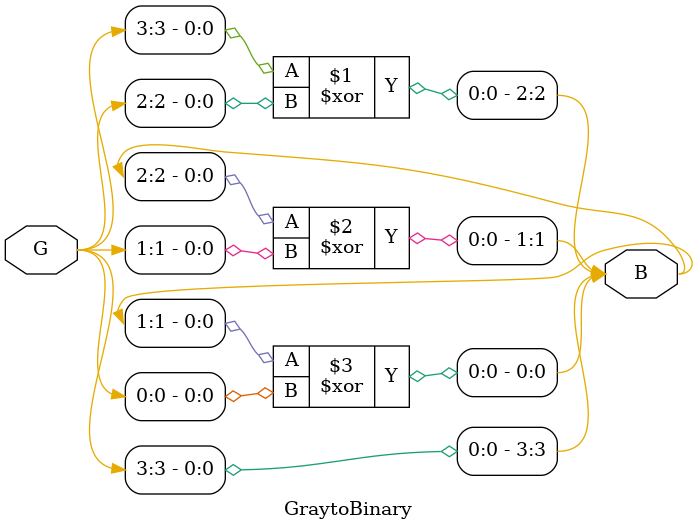
<source format=v>
`timescale 1ns / 1ps
module GraytoBinary(G,B
    );
input [3:0] G;
output [3:0] B;

assign B[3]=G[3];
assign B[2]=B[3]^G[2];
assign B[1]=B[2]^G[1];
assign B[0]=B[1]^G[0];

endmodule

</source>
